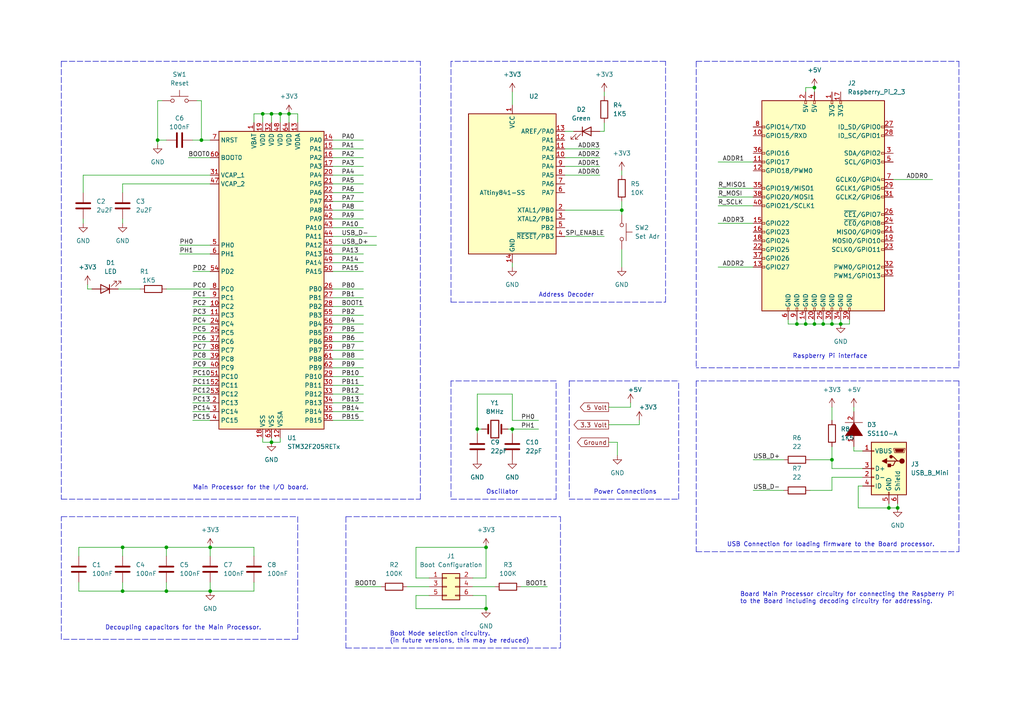
<source format=kicad_sch>
(kicad_sch (version 20211123) (generator eeschema)
  (paper "A4")
  (title_block (title "Main Board Processor") (date "2022-02-12") (rev "0.1") (company "Beec Grove"))
  (lib_symbols
    (symbol "Connector:Raspberry_Pi_2_3" (pin_names (offset 1.016))
      (property "Reference" "J" (at -17.78 31.75 0))
      (property "Value" "Raspberry_Pi_2_3" (at 10.16 -31.75 0))
      (symbol "Raspberry_Pi_2_3_0_1"
        (rectangle (start -17.78 30.48) (end 17.78 -30.48) (stroke (width 0.254)) (fill (type background)))
      )
      (symbol "Raspberry_Pi_2_3_1_1"
        (rectangle (start -16.891 -17.526) (end -17.78 -18.034))
        (rectangle (start -16.891 -14.986) (end -17.78 -15.494))
        (rectangle (start -16.891 -12.446) (end -17.78 -12.954))
        (rectangle (start -16.891 -9.906) (end -17.78 -10.414))
        (rectangle (start -16.891 -7.366) (end -17.78 -7.874))
        (rectangle (start -16.891 -4.826) (end -17.78 -5.334))
        (rectangle (start -16.891 0.254) (end -17.78 -0.254))
        (rectangle (start -16.891 2.794) (end -17.78 2.286))
        (rectangle (start -16.891 5.334) (end -17.78 4.826))
        (rectangle (start -16.891 10.414) (end -17.78 9.906))
        (rectangle (start -16.891 12.954) (end -17.78 12.446))
        (rectangle (start -16.891 15.494) (end -17.78 14.986))
        (rectangle (start -16.891 20.574) (end -17.78 20.066))
        (rectangle (start -16.891 23.114) (end -17.78 22.606))
        (rectangle (start -10.414 -29.591) (end -9.906 -30.48))
        (rectangle (start -7.874 -29.591) (end -7.366 -30.48))
        (rectangle (start -5.334 -29.591) (end -4.826 -30.48))
        (rectangle (start -5.334 30.48) (end -4.826 29.591))
        (rectangle (start -2.794 -29.591) (end -2.286 -30.48))
        (rectangle (start -2.794 30.48) (end -2.286 29.591))
        (rectangle (start -0.254 -29.591) (end 0.254 -30.48))
        (rectangle (start 2.286 -29.591) (end 2.794 -30.48))
        (rectangle (start 2.286 30.48) (end 2.794 29.591))
        (rectangle (start 4.826 -29.591) (end 5.334 -30.48))
        (rectangle (start 4.826 30.48) (end 5.334 29.591))
        (rectangle (start 7.366 -29.591) (end 7.874 -30.48))
        (rectangle (start 17.78 -20.066) (end 16.891 -20.574))
        (rectangle (start 17.78 -17.526) (end 16.891 -18.034))
        (rectangle (start 17.78 -12.446) (end 16.891 -12.954))
        (rectangle (start 17.78 -9.906) (end 16.891 -10.414))
        (rectangle (start 17.78 -7.366) (end 16.891 -7.874))
        (rectangle (start 17.78 -4.826) (end 16.891 -5.334))
        (rectangle (start 17.78 -2.286) (end 16.891 -2.794))
        (rectangle (start 17.78 2.794) (end 16.891 2.286))
        (rectangle (start 17.78 5.334) (end 16.891 4.826))
        (rectangle (start 17.78 7.874) (end 16.891 7.366))
        (rectangle (start 17.78 12.954) (end 16.891 12.446))
        (rectangle (start 17.78 15.494) (end 16.891 14.986))
        (rectangle (start 17.78 20.574) (end 16.891 20.066))
        (rectangle (start 17.78 23.114) (end 16.891 22.606))
        (pin power_in line (at 2.54 33.02 270) (length 2.54) (name "3V3") (number "1"))
        (pin bidirectional line (at -20.32 20.32 0) (length 2.54) (name "GPIO15/RXD") (number "10"))
        (pin bidirectional line (at -20.32 12.7 0) (length 2.54) (name "GPIO17") (number "11"))
        (pin bidirectional line (at -20.32 10.16 0) (length 2.54) (name "GPIO18/PWM0") (number "12"))
        (pin bidirectional line (at -20.32 -17.78 0) (length 2.54) (name "GPIO27") (number "13"))
        (pin power_in line (at -5.08 -33.02 90) (length 2.54) (name "GND") (number "14"))
        (pin bidirectional line (at -20.32 -5.08 0) (length 2.54) (name "GPIO22") (number "15"))
        (pin bidirectional line (at -20.32 -7.62 0) (length 2.54) (name "GPIO23") (number "16"))
        (pin power_in line (at 5.08 33.02 270) (length 2.54) (name "3V3") (number "17"))
        (pin bidirectional line (at -20.32 -10.16 0) (length 2.54) (name "GPIO24") (number "18"))
        (pin bidirectional line (at 20.32 -10.16 180) (length 2.54) (name "MOSI0/GPIO10") (number "19"))
        (pin power_in line (at -5.08 33.02 270) (length 2.54) (name "5V") (number "2"))
        (pin power_in line (at -2.54 -33.02 90) (length 2.54) (name "GND") (number "20"))
        (pin bidirectional line (at 20.32 -7.62 180) (length 2.54) (name "MISO0/GPIO9") (number "21"))
        (pin bidirectional line (at -20.32 -12.7 0) (length 2.54) (name "GPIO25") (number "22"))
        (pin bidirectional line (at 20.32 -12.7 180) (length 2.54) (name "SCLK0/GPIO11") (number "23"))
        (pin bidirectional line (at 20.32 -5.08 180) (length 2.54) (name "~{CE0}/GPIO8") (number "24"))
        (pin power_in line (at 0 -33.02 90) (length 2.54) (name "GND") (number "25"))
        (pin bidirectional line (at 20.32 -2.54 180) (length 2.54) (name "~{CE1}/GPIO7") (number "26"))
        (pin bidirectional line (at 20.32 22.86 180) (length 2.54) (name "ID_SD/GPIO0") (number "27"))
        (pin bidirectional line (at 20.32 20.32 180) (length 2.54) (name "ID_SC/GPIO1") (number "28"))
        (pin bidirectional line (at 20.32 5.08 180) (length 2.54) (name "GCLK1/GPIO5") (number "29"))
        (pin bidirectional line (at 20.32 15.24 180) (length 2.54) (name "SDA/GPIO2") (number "3"))
        (pin power_in line (at 2.54 -33.02 90) (length 2.54) (name "GND") (number "30"))
        (pin bidirectional line (at 20.32 2.54 180) (length 2.54) (name "GCLK2/GPIO6") (number "31"))
        (pin bidirectional line (at 20.32 -17.78 180) (length 2.54) (name "PWM0/GPIO12") (number "32"))
        (pin bidirectional line (at 20.32 -20.32 180) (length 2.54) (name "PWM1/GPIO13") (number "33"))
        (pin power_in line (at 5.08 -33.02 90) (length 2.54) (name "GND") (number "34"))
        (pin bidirectional line (at -20.32 5.08 0) (length 2.54) (name "GPIO19/MISO1") (number "35"))
        (pin bidirectional line (at -20.32 15.24 0) (length 2.54) (name "GPIO16") (number "36"))
        (pin bidirectional line (at -20.32 -15.24 0) (length 2.54) (name "GPIO26") (number "37"))
        (pin bidirectional line (at -20.32 2.54 0) (length 2.54) (name "GPIO20/MOSI1") (number "38"))
        (pin power_in line (at 7.62 -33.02 90) (length 2.54) (name "GND") (number "39"))
        (pin power_in line (at -2.54 33.02 270) (length 2.54) (name "5V") (number "4"))
        (pin bidirectional line (at -20.32 0 0) (length 2.54) (name "GPIO21/SCLK1") (number "40"))
        (pin bidirectional line (at 20.32 12.7 180) (length 2.54) (name "SCL/GPIO3") (number "5"))
        (pin power_in line (at -10.16 -33.02 90) (length 2.54) (name "GND") (number "6"))
        (pin bidirectional line (at 20.32 7.62 180) (length 2.54) (name "GCLK0/GPIO4") (number "7"))
        (pin bidirectional line (at -20.32 22.86 0) (length 2.54) (name "GPIO14/TXD") (number "8"))
        (pin power_in line (at -7.62 -33.02 90) (length 2.54) (name "GND") (number "9"))
      )
    )
    (symbol "Connector:USB_B_Mini" (pin_names (offset 1.016))
      (property "Reference" "J" (at -5.08 11.43 0))
      (property "Value" "USB_B_Mini" (at -5.08 8.89 0))
      (symbol "USB_B_Mini_0_1"
        (rectangle (start -5.08 -7.62) (end 5.08 7.62) (stroke (width 0.254)) (fill (type background)))
        (circle (center -3.81 2.159) (radius 0.635) (stroke (width 0.254)) (fill (type outline)))
        (circle (center -0.635 3.429) (radius 0.381) (stroke (width 0.254)) (fill (type outline)))
        (rectangle (start -0.127 -7.62) (end 0.127 -6.858))
        (polyline (pts (xy -1.905 2.159) (xy 0.635 2.159)) (stroke (width 0.254)))
        (polyline (pts (xy -3.175 2.159) (xy -2.54 2.159) (xy -1.27 3.429) (xy -0.635 3.429)) (stroke (width 0.254)))
        (polyline (pts (xy -2.54 2.159) (xy -1.905 2.159) (xy -1.27 0.889) (xy 0 0.889)) (stroke (width 0.254)))
        (polyline (pts (xy 0.635 2.794) (xy 0.635 1.524) (xy 1.905 2.159) (xy 0.635 2.794)) (stroke (width 0.254)) (fill (type outline)))
        (polyline (pts (xy -4.318 5.588) (xy -1.778 5.588) (xy -2.032 4.826) (xy -4.064 4.826) (xy -4.318 5.588)) (fill (type outline)))
        (polyline (pts (xy -4.699 5.842) (xy -4.699 5.588) (xy -4.445 4.826) (xy -4.445 4.572) (xy -1.651 4.572) (xy -1.651 4.826) (xy -1.397 5.588) (xy -1.397 5.842) (xy -4.699 5.842)))
        (rectangle (start 0.254 1.27) (end -0.508 0.508) (stroke (width 0.254)) (fill (type outline)))
        (rectangle (start 5.08 -5.207) (end 4.318 -4.953))
        (rectangle (start 5.08 -2.667) (end 4.318 -2.413))
        (rectangle (start 5.08 -0.127) (end 4.318 0.127))
        (rectangle (start 5.08 4.953) (end 4.318 5.207))
      )
      (symbol "USB_B_Mini_1_1"
        (pin power_out line (at 7.62 5.08 180) (length 2.54) (name "VBUS") (number "1"))
        (pin bidirectional line (at 7.62 -2.54 180) (length 2.54) (name "D-") (number "2"))
        (pin bidirectional line (at 7.62 0 180) (length 2.54) (name "D+") (number "3"))
        (pin passive line (at 7.62 -5.08 180) (length 2.54) (name "ID") (number "4"))
        (pin power_out line (at 0 -10.16 90) (length 2.54) (name "GND") (number "5"))
        (pin passive line (at -2.54 -10.16 90) (length 2.54) (name "Shield") (number "6"))
      )
    )
    (symbol "Connector_Generic:Conn_02x03_Odd_Even" (pin_names (offset 1.016) hide)
      (property "Reference" "J" (at 1.27 5.08 0))
      (property "Value" "Conn_02x03_Odd_Even" (at 1.27 -5.08 0))
      (symbol "Conn_02x03_Odd_Even_1_1"
        (rectangle (start -1.27 -2.413) (end 0 -2.667) (stroke (width 0.1524)))
        (rectangle (start -1.27 0.127) (end 0 -0.127) (stroke (width 0.1524)))
        (rectangle (start -1.27 2.667) (end 0 2.413) (stroke (width 0.1524)))
        (rectangle (start -1.27 3.81) (end 3.81 -3.81) (stroke (width 0.254)) (fill (type background)))
        (rectangle (start 3.81 -2.413) (end 2.54 -2.667) (stroke (width 0.1524)))
        (rectangle (start 3.81 0.127) (end 2.54 -0.127) (stroke (width 0.1524)))
        (rectangle (start 3.81 2.667) (end 2.54 2.413) (stroke (width 0.1524)))
        (pin passive line (at -5.08 2.54 0) (length 3.81) (name "Pin_1") (number "1"))
        (pin passive line (at 7.62 2.54 180) (length 3.81) (name "Pin_2") (number "2"))
        (pin passive line (at -5.08 0 0) (length 3.81) (name "Pin_3") (number "3"))
        (pin passive line (at 7.62 0 180) (length 3.81) (name "Pin_4") (number "4"))
        (pin passive line (at -5.08 -2.54 0) (length 3.81) (name "Pin_5") (number "5"))
        (pin passive line (at 7.62 -2.54 180) (length 3.81) (name "Pin_6") (number "6"))
      )
    )
    (symbol "Device:C" (pin_numbers hide) (pin_names (offset 0.254))
      (property "Reference" "C" (at 0.635 2.54 0))
      (property "Value" "C" (at 0.635 -2.54 0))
      (symbol "C_0_1"
        (polyline (pts (xy -2.032 -0.762) (xy 2.032 -0.762)) (stroke (width 0.508)))
        (polyline (pts (xy -2.032 0.762) (xy 2.032 0.762)) (stroke (width 0.508)))
      )
      (symbol "C_1_1"
        (pin passive line (at 0 3.81 270) (length 2.794) (name "~") (number "1"))
        (pin passive line (at 0 -3.81 90) (length 2.794) (name "~") (number "2"))
      )
    )
    (symbol "Device:Crystal" (pin_numbers hide) (pin_names (offset 1.016) hide)
      (property "Reference" "Y" (at 0 3.81 0))
      (property "Value" "Crystal" (at 0 -3.81 0))
      (symbol "Crystal_0_1"
        (rectangle (start -1.143 2.54) (end 1.143 -2.54) (stroke (width 0.3048)))
        (polyline (pts (xy -2.54 0) (xy -1.905 0)))
        (polyline (pts (xy -1.905 -1.27) (xy -1.905 1.27)) (stroke (width 0.508)))
        (polyline (pts (xy 1.905 -1.27) (xy 1.905 1.27)) (stroke (width 0.508)))
        (polyline (pts (xy 2.54 0) (xy 1.905 0)))
      )
      (symbol "Crystal_1_1"
        (pin passive line (at -3.81 0 0) (length 1.27) (name "1") (number "1"))
        (pin passive line (at 3.81 0 180) (length 1.27) (name "2") (number "2"))
      )
    )
    (symbol "Device:LED" (pin_numbers hide) (pin_names (offset 1.016) hide)
      (property "Reference" "D" (at 0 2.54 0))
      (property "Value" "LED" (at 0 -2.54 0))
      (symbol "LED_0_1"
        (polyline (pts (xy -1.27 -1.27) (xy -1.27 1.27)) (stroke (width 0.254)))
        (polyline (pts (xy -1.27 0) (xy 1.27 0)))
        (polyline (pts (xy 1.27 -1.27) (xy 1.27 1.27) (xy -1.27 0) (xy 1.27 -1.27)) (stroke (width 0.254)))
        (polyline (pts (xy -3.048 -0.762) (xy -4.572 -2.286) (xy -3.81 -2.286) (xy -4.572 -2.286) (xy -4.572 -1.524)))
        (polyline (pts (xy -1.778 -0.762) (xy -3.302 -2.286) (xy -2.54 -2.286) (xy -3.302 -2.286) (xy -3.302 -1.524)))
      )
      (symbol "LED_1_1"
        (pin passive line (at -3.81 0 0) (length 2.54) (name "K") (number "1"))
        (pin passive line (at 3.81 0 180) (length 2.54) (name "A") (number "2"))
      )
    )
    (symbol "Device:R" (pin_numbers hide) (pin_names (offset 0))
      (property "Reference" "R" (at 2.032 0 90))
      (property "Value" "R" (at 0 0 90))
      (symbol "R_0_1"
        (rectangle (start -1.016 -2.54) (end 1.016 2.54) (stroke (width 0.254)))
      )
      (symbol "R_1_1"
        (pin passive line (at 0 3.81 270) (length 1.27) (name "~") (number "1"))
        (pin passive line (at 0 -3.81 90) (length 1.27) (name "~") (number "2"))
      )
    )
    (symbol "MCU_Microchip_ATtiny:ATtiny841-SS"
      (property "Reference" "U" (at -12.7 21.59 0))
      (property "Value" "ATtiny841-SS" (at 2.54 -21.59 0))
      (symbol "ATtiny841-SS_0_1"
        (rectangle (start -12.7 -20.32) (end 12.7 20.32) (stroke (width 0.254)) (fill (type background)))
      )
      (symbol "ATtiny841-SS_1_1"
        (pin power_in line (at 0 22.86 270) (length 2.54) (name "VCC") (number "1"))
        (pin bidirectional line (at 15.24 7.62 180) (length 2.54) (name "PA3") (number "10"))
        (pin bidirectional line (at 15.24 10.16 180) (length 2.54) (name "PA2") (number "11"))
        (pin bidirectional line (at 15.24 12.7 180) (length 2.54) (name "PA1") (number "12"))
        (pin bidirectional line (at 15.24 15.24 180) (length 2.54) (name "AREF/PA0") (number "13"))
        (pin power_in line (at 0 -22.86 90) (length 2.54) (name "GND") (number "14"))
        (pin bidirectional line (at 15.24 -7.62 180) (length 2.54) (name "XTAL1/PB0") (number "2"))
        (pin bidirectional line (at 15.24 -10.16 180) (length 2.54) (name "XTAL2/PB1") (number "3"))
        (pin bidirectional line (at 15.24 -15.24 180) (length 2.54) (name "~{RESET}/PB3") (number "4"))
        (pin bidirectional line (at 15.24 -12.7 180) (length 2.54) (name "PB2") (number "5"))
        (pin bidirectional line (at 15.24 -2.54 180) (length 2.54) (name "PA7") (number "6"))
        (pin bidirectional line (at 15.24 0 180) (length 2.54) (name "PA6") (number "7"))
        (pin bidirectional line (at 15.24 2.54 180) (length 2.54) (name "PA5") (number "8"))
        (pin bidirectional line (at 15.24 5.08 180) (length 2.54) (name "PA4") (number "9"))
      )
    )
    (symbol "MCU_ST_STM32F2:STM32F205RETx"
      (property "Reference" "U" (at -15.24 44.45 0))
      (property "Value" "STM32F205RETx" (at 10.16 44.45 0))
      (symbol "STM32F205RETx_0_1"
        (rectangle (start -15.24 -43.18) (end 15.24 43.18) (stroke (width 0.254)) (fill (type background)))
      )
      (symbol "STM32F205RETx_1_1"
        (pin power_in line (at -5.08 45.72 270) (length 2.54) (name "VBAT") (number "1"))
        (pin bidirectional line (at -17.78 -7.62 0) (length 2.54) (name "PC2") (number "10"))
        (pin bidirectional line (at -17.78 -10.16 0) (length 2.54) (name "PC3") (number "11"))
        (pin power_in line (at 2.54 -45.72 90) (length 2.54) (name "VSSA") (number "12"))
        (pin power_in line (at 7.62 45.72 270) (length 2.54) (name "VDDA") (number "13"))
        (pin bidirectional line (at 17.78 40.64 180) (length 2.54) (name "PA0") (number "14"))
        (pin bidirectional line (at 17.78 38.1 180) (length 2.54) (name "PA1") (number "15"))
        (pin bidirectional line (at 17.78 35.56 180) (length 2.54) (name "PA2") (number "16"))
        (pin bidirectional line (at 17.78 33.02 180) (length 2.54) (name "PA3") (number "17"))
        (pin power_in line (at -2.54 -45.72 90) (length 2.54) (name "VSS") (number "18"))
        (pin power_in line (at -2.54 45.72 270) (length 2.54) (name "VDD") (number "19"))
        (pin bidirectional line (at -17.78 -35.56 0) (length 2.54) (name "PC13") (number "2"))
        (pin bidirectional line (at 17.78 30.48 180) (length 2.54) (name "PA4") (number "20"))
        (pin bidirectional line (at 17.78 27.94 180) (length 2.54) (name "PA5") (number "21"))
        (pin bidirectional line (at 17.78 25.4 180) (length 2.54) (name "PA6") (number "22"))
        (pin bidirectional line (at 17.78 22.86 180) (length 2.54) (name "PA7") (number "23"))
        (pin bidirectional line (at -17.78 -12.7 0) (length 2.54) (name "PC4") (number "24"))
        (pin bidirectional line (at -17.78 -15.24 0) (length 2.54) (name "PC5") (number "25"))
        (pin bidirectional line (at 17.78 -2.54 180) (length 2.54) (name "PB0") (number "26"))
        (pin bidirectional line (at 17.78 -5.08 180) (length 2.54) (name "PB1") (number "27"))
        (pin bidirectional line (at 17.78 -7.62 180) (length 2.54) (name "PB2") (number "28"))
        (pin bidirectional line (at 17.78 -27.94 180) (length 2.54) (name "PB10") (number "29"))
        (pin bidirectional line (at -17.78 -38.1 0) (length 2.54) (name "PC14") (number "3"))
        (pin bidirectional line (at 17.78 -30.48 180) (length 2.54) (name "PB11") (number "30"))
        (pin power_in line (at -17.78 30.48 0) (length 2.54) (name "VCAP_1") (number "31"))
        (pin power_in line (at 0 45.72 270) (length 2.54) (name "VDD") (number "32"))
        (pin bidirectional line (at 17.78 -33.02 180) (length 2.54) (name "PB12") (number "33"))
        (pin bidirectional line (at 17.78 -35.56 180) (length 2.54) (name "PB13") (number "34"))
        (pin bidirectional line (at 17.78 -38.1 180) (length 2.54) (name "PB14") (number "35"))
        (pin bidirectional line (at 17.78 -40.64 180) (length 2.54) (name "PB15") (number "36"))
        (pin bidirectional line (at -17.78 -17.78 0) (length 2.54) (name "PC6") (number "37"))
        (pin bidirectional line (at -17.78 -20.32 0) (length 2.54) (name "PC7") (number "38"))
        (pin bidirectional line (at -17.78 -22.86 0) (length 2.54) (name "PC8") (number "39"))
        (pin bidirectional line (at -17.78 -40.64 0) (length 2.54) (name "PC15") (number "4"))
        (pin bidirectional line (at -17.78 -25.4 0) (length 2.54) (name "PC9") (number "40"))
        (pin bidirectional line (at 17.78 20.32 180) (length 2.54) (name "PA8") (number "41"))
        (pin bidirectional line (at 17.78 17.78 180) (length 2.54) (name "PA9") (number "42"))
        (pin bidirectional line (at 17.78 15.24 180) (length 2.54) (name "PA10") (number "43"))
        (pin bidirectional line (at 17.78 12.7 180) (length 2.54) (name "PA11") (number "44"))
        (pin bidirectional line (at 17.78 10.16 180) (length 2.54) (name "PA12") (number "45"))
        (pin bidirectional line (at 17.78 7.62 180) (length 2.54) (name "PA13") (number "46"))
        (pin power_in line (at -17.78 27.94 0) (length 2.54) (name "VCAP_2") (number "47"))
        (pin power_in line (at 2.54 45.72 270) (length 2.54) (name "VDD") (number "48"))
        (pin bidirectional line (at 17.78 5.08 180) (length 2.54) (name "PA14") (number "49"))
        (pin input line (at -17.78 10.16 0) (length 2.54) (name "PH0") (number "5"))
        (pin bidirectional line (at 17.78 2.54 180) (length 2.54) (name "PA15") (number "50"))
        (pin bidirectional line (at -17.78 -27.94 0) (length 2.54) (name "PC10") (number "51"))
        (pin bidirectional line (at -17.78 -30.48 0) (length 2.54) (name "PC11") (number "52"))
        (pin bidirectional line (at -17.78 -33.02 0) (length 2.54) (name "PC12") (number "53"))
        (pin bidirectional line (at -17.78 2.54 0) (length 2.54) (name "PD2") (number "54"))
        (pin bidirectional line (at 17.78 -10.16 180) (length 2.54) (name "PB3") (number "55"))
        (pin bidirectional line (at 17.78 -12.7 180) (length 2.54) (name "PB4") (number "56"))
        (pin bidirectional line (at 17.78 -15.24 180) (length 2.54) (name "PB5") (number "57"))
        (pin bidirectional line (at 17.78 -17.78 180) (length 2.54) (name "PB6") (number "58"))
        (pin bidirectional line (at 17.78 -20.32 180) (length 2.54) (name "PB7") (number "59"))
        (pin input line (at -17.78 7.62 0) (length 2.54) (name "PH1") (number "6"))
        (pin input line (at -17.78 35.56 0) (length 2.54) (name "BOOT0") (number "60"))
        (pin bidirectional line (at 17.78 -22.86 180) (length 2.54) (name "PB8") (number "61"))
        (pin bidirectional line (at 17.78 -25.4 180) (length 2.54) (name "PB9") (number "62"))
        (pin power_in line (at 0 -45.72 90) (length 2.54) (name "VSS") (number "63"))
        (pin power_in line (at 5.08 45.72 270) (length 2.54) (name "VDD") (number "64"))
        (pin input line (at -17.78 40.64 0) (length 2.54) (name "NRST") (number "7"))
        (pin bidirectional line (at -17.78 -2.54 0) (length 2.54) (name "PC0") (number "8"))
        (pin bidirectional line (at -17.78 -5.08 0) (length 2.54) (name "PC1") (number "9"))
      )
    )
    (symbol "Switch:SW_Push" (pin_numbers hide) (pin_names (offset 1.016) hide)
      (property "Reference" "SW" (at 1.27 2.54 0))
      (property "Value" "SW_Push" (at 0 -1.524 0))
      (symbol "SW_Push_0_1"
        (circle (center -2.032 0) (radius 0.508))
        (polyline (pts (xy 0 1.27) (xy 0 3.048)))
        (polyline (pts (xy 2.54 1.27) (xy -2.54 1.27)))
        (circle (center 2.032 0) (radius 0.508))
        (pin passive line (at -5.08 0 0) (length 2.54) (name "1") (number "1"))
        (pin passive line (at 5.08 0 180) (length 2.54) (name "2") (number "2"))
      )
    )
    (symbol "power:+3.3V" (power) (pin_names (offset 0))
      (property "Value" "+3.3V" (at 0 3.556 0))
      (symbol "+3.3V_0_1"
        (polyline (pts (xy -0.762 1.27) (xy 0 2.54)))
        (polyline (pts (xy 0 0) (xy 0 2.54)))
        (polyline (pts (xy 0 2.54) (xy 0.762 1.27)))
      )
      (symbol "+3.3V_1_1"
        (pin power_in line (at 0 0 90) (length 0) hide (name "+3V3") (number "1"))
      )
    )
    (symbol "power:+5V" (power) (pin_names (offset 0))
      (property "Value" "+5V" (at 0 3.556 0))
      (symbol "+5V_0_1"
        (polyline (pts (xy -0.762 1.27) (xy 0 2.54)))
        (polyline (pts (xy 0 0) (xy 0 2.54)))
        (polyline (pts (xy 0 2.54) (xy 0.762 1.27)))
      )
      (symbol "+5V_1_1"
        (pin power_in line (at 0 0 90) (length 0) hide (name "+5V") (number "1"))
      )
    )
    (symbol "power:GND" (power) (pin_names (offset 0))
      (property "Value" "GND" (at 0 -3.81 0))
      (symbol "GND_0_1"
        (polyline (pts (xy 0 0) (xy 0 -1.27) (xy 1.27 -1.27) (xy 0 -2.54) (xy -1.27 -1.27) (xy 0 -1.27)))
      )
      (symbol "GND_1_1"
        (pin power_in line (at 0 0 270) (length 0) hide (name "GND") (number "1"))
      )
    )
    (symbol "pspice:DIODE" (pin_names (offset 1.016) hide)
      (property "Reference" "D" (at 0 3.81 0))
      (property "Value" "DIODE" (at 0 -4.445 0))
      (symbol "DIODE_0_1"
        (polyline (pts (xy 1.905 2.54) (xy 1.905 -2.54)))
        (polyline (pts (xy -1.905 2.54) (xy -1.905 -2.54) (xy 1.905 0)) (fill (type outline)))
      )
      (symbol "DIODE_1_1"
        (pin input line (at -5.08 0 0) (length 3.81) (name "K") (number "1"))
        (pin input line (at 5.08 0 180) (length 3.81) (name "A") (number "2"))
      )
    )
  )
  (junction (at 180.34 60.96))
  (junction (at 45.72 40.64))
  (junction (at 140.97 158.75))
  (junction (at 78.74 128.27))
  (junction (at 35.56 158.75))
  (junction (at 148.59 124.46))
  (junction (at 48.26 171.45))
  (junction (at 260.35 147.32))
  (junction (at 35.56 171.45))
  (junction (at 60.96 171.45))
  (junction (at 257.81 147.32))
  (junction (at 138.43 124.46))
  (junction (at 48.26 158.75))
  (junction (at 236.22 93.98))
  (junction (at 233.68 93.98))
  (junction (at 140.97 176.53))
  (junction (at 60.96 158.75))
  (junction (at 76.2 33.02))
  (junction (at 78.74 33.02))
  (junction (at 58.42 40.64))
  (junction (at 81.28 33.02))
  (junction (at 243.84 93.98))
  (junction (at 236.22 25.4))
  (junction (at 241.3 93.98))
  (junction (at 231.14 93.98))
  (junction (at 241.3 133.35))
  (junction (at 83.82 33.02))
  (junction (at 238.76 93.98))
  (wire (pts (xy 176.53 123.19) (xy 185.42 123.19)))
  (wire (pts (xy 60.96 50.8) (xy 24.13 50.8)))
  (wire (pts (xy 96.52 45.72) (xy 105.41 45.72)))
  (wire (pts (xy 52.07 73.66) (xy 60.96 73.66)))
  (polyline (pts (xy 17.78 17.78) (xy 17.78 144.78)))
  (polyline (pts (xy 17.78 185.42) (xy 17.78 149.86)))
  (wire (pts (xy 208.28 46.99) (xy 218.44 46.99)))
  (wire (pts (xy 96.52 78.74) (xy 105.41 78.74)))
  (wire (pts (xy 73.66 35.56) (xy 73.66 33.02)))
  (wire (pts (xy 241.3 142.24) (xy 241.3 138.43)))
  (polyline (pts (xy 86.36 149.86) (xy 86.36 185.42)))
  (wire (pts (xy 208.28 64.77) (xy 218.44 64.77)))
  (wire (pts (xy 257.81 146.05) (xy 257.81 147.32)))
  (wire (pts (xy 81.28 33.02) (xy 81.28 35.56)))
  (wire (pts (xy 55.88 119.38) (xy 60.96 119.38)))
  (wire (pts (xy 231.14 93.98) (xy 233.68 93.98)))
  (wire (pts (xy 247.65 130.81) (xy 250.19 130.81)))
  (polyline (pts (xy 17.78 17.78) (xy 121.92 17.78)))
  (polyline (pts (xy 165.1 144.78) (xy 196.85 144.78)))
  (wire (pts (xy 241.3 135.89) (xy 250.19 135.89)))
  (wire (pts (xy 83.82 33.02) (xy 86.36 33.02)))
  (wire (pts (xy 81.28 128.27) (xy 81.28 127)))
  (wire (pts (xy 22.86 158.75) (xy 35.56 158.75)))
  (wire (pts (xy 60.96 158.75) (xy 73.66 158.75)))
  (polyline (pts (xy 100.33 149.86) (xy 162.56 149.86)))
  (wire (pts (xy 35.56 168.91) (xy 35.56 171.45)))
  (polyline (pts (xy 201.93 17.78) (xy 201.93 106.68)))
  (wire (pts (xy 96.52 88.9) (xy 105.41 88.9)))
  (wire (pts (xy 185.42 123.19) (xy 185.42 121.92)))
  (wire (pts (xy 140.97 167.64) (xy 137.16 167.64)))
  (wire (pts (xy 96.52 53.34) (xy 105.41 53.34)))
  (wire (pts (xy 233.68 93.98) (xy 236.22 93.98)))
  (wire (pts (xy 236.22 93.98) (xy 238.76 93.98)))
  (wire (pts (xy 241.3 129.54) (xy 241.3 133.35)))
  (wire (pts (xy 259.08 52.07) (xy 270.51 52.07)))
  (polyline (pts (xy 100.33 149.86) (xy 100.33 187.96)))
  (wire (pts (xy 238.76 92.71) (xy 238.76 93.98)))
  (wire (pts (xy 55.88 86.36) (xy 60.96 86.36)))
  (wire (pts (xy 163.83 48.26) (xy 173.99 48.26)))
  (wire (pts (xy 247.65 129.54) (xy 247.65 130.81)))
  (wire (pts (xy 54.61 45.72) (xy 60.96 45.72)))
  (wire (pts (xy 96.52 119.38) (xy 105.41 119.38)))
  (wire (pts (xy 96.52 76.2) (xy 105.41 76.2)))
  (wire (pts (xy 35.56 53.34) (xy 35.56 55.88)))
  (wire (pts (xy 83.82 33.02) (xy 83.82 35.56)))
  (wire (pts (xy 96.52 43.18) (xy 105.41 43.18)))
  (wire (pts (xy 228.6 93.98) (xy 231.14 93.98)))
  (wire (pts (xy 96.52 48.26) (xy 105.41 48.26)))
  (wire (pts (xy 46.99 29.21) (xy 45.72 29.21)))
  (wire (pts (xy 96.52 109.22) (xy 105.41 109.22)))
  (wire (pts (xy 34.29 83.82) (xy 40.64 83.82)))
  (wire (pts (xy 147.32 124.46) (xy 148.59 124.46)))
  (wire (pts (xy 175.26 26.67) (xy 175.26 27.94)))
  (wire (pts (xy 76.2 127) (xy 76.2 128.27)))
  (wire (pts (xy 176.53 128.27) (xy 179.07 128.27)))
  (polyline (pts (xy 86.36 185.42) (xy 17.78 185.42)))
  (wire (pts (xy 96.52 91.44) (xy 105.41 91.44)))
  (wire (pts (xy 55.88 114.3) (xy 60.96 114.3)))
  (wire (pts (xy 140.97 172.72) (xy 140.97 176.53)))
  (wire (pts (xy 138.43 114.3) (xy 138.43 124.46)))
  (wire (pts (xy 233.68 26.67) (xy 233.68 25.4)))
  (wire (pts (xy 45.72 29.21) (xy 45.72 40.64)))
  (wire (pts (xy 163.83 68.58) (xy 175.26 68.58)))
  (wire (pts (xy 60.96 53.34) (xy 35.56 53.34)))
  (wire (pts (xy 236.22 25.4) (xy 236.22 26.67)))
  (wire (pts (xy 208.28 59.69) (xy 218.44 59.69)))
  (wire (pts (xy 180.34 58.42) (xy 180.34 60.96)))
  (polyline (pts (xy 201.93 110.49) (xy 201.93 160.02)))
  (wire (pts (xy 45.72 40.64) (xy 45.72 41.91)))
  (polyline (pts (xy 17.78 144.78) (xy 121.92 144.78)))
  (wire (pts (xy 55.88 101.6) (xy 60.96 101.6)))
  (wire (pts (xy 208.28 54.61) (xy 218.44 54.61)))
  (polyline (pts (xy 201.93 17.78) (xy 278.13 17.78)))
  (wire (pts (xy 57.15 29.21) (xy 58.42 29.21)))
  (wire (pts (xy 241.3 138.43) (xy 250.19 138.43)))
  (wire (pts (xy 137.16 170.18) (xy 143.51 170.18)))
  (wire (pts (xy 55.88 104.14) (xy 60.96 104.14)))
  (wire (pts (xy 233.68 25.4) (xy 236.22 25.4)))
  (wire (pts (xy 48.26 171.45) (xy 60.96 171.45)))
  (wire (pts (xy 96.52 63.5) (xy 105.41 63.5)))
  (wire (pts (xy 96.52 60.96) (xy 105.41 60.96)))
  (wire (pts (xy 140.97 158.75) (xy 140.97 167.64)))
  (wire (pts (xy 241.3 118.11) (xy 241.3 121.92)))
  (wire (pts (xy 96.52 96.52) (xy 105.41 96.52)))
  (wire (pts (xy 156.21 121.92) (xy 148.59 121.92)))
  (wire (pts (xy 243.84 92.71) (xy 243.84 93.98)))
  (wire (pts (xy 218.44 142.24) (xy 227.33 142.24)))
  (wire (pts (xy 180.34 72.39) (xy 180.34 77.47)))
  (wire (pts (xy 218.44 133.35) (xy 227.33 133.35)))
  (wire (pts (xy 208.28 77.47) (xy 218.44 77.47)))
  (wire (pts (xy 35.56 63.5) (xy 35.56 64.77)))
  (wire (pts (xy 243.84 93.98) (xy 246.38 93.98)))
  (wire (pts (xy 182.88 118.11) (xy 182.88 116.84)))
  (polyline (pts (xy 130.81 17.78) (xy 130.81 87.63)))
  (wire (pts (xy 248.92 147.32) (xy 257.81 147.32)))
  (wire (pts (xy 96.52 116.84) (xy 105.41 116.84)))
  (polyline (pts (xy 278.13 106.68) (xy 201.93 106.68)))
  (wire (pts (xy 148.59 124.46) (xy 156.21 124.46)))
  (wire (pts (xy 48.26 158.75) (xy 60.96 158.75)))
  (wire (pts (xy 241.3 93.98) (xy 243.84 93.98)))
  (wire (pts (xy 60.96 158.75) (xy 60.96 161.29)))
  (wire (pts (xy 24.13 50.8) (xy 24.13 55.88)))
  (wire (pts (xy 48.26 83.82) (xy 60.96 83.82)))
  (polyline (pts (xy 130.81 110.49) (xy 130.81 144.78)))
  (wire (pts (xy 96.52 93.98) (xy 105.41 93.98)))
  (wire (pts (xy 96.52 58.42) (xy 105.41 58.42)))
  (wire (pts (xy 138.43 124.46) (xy 138.43 125.73)))
  (wire (pts (xy 35.56 171.45) (xy 48.26 171.45)))
  (wire (pts (xy 55.88 121.92) (xy 60.96 121.92)))
  (wire (pts (xy 81.28 33.02) (xy 83.82 33.02)))
  (wire (pts (xy 138.43 124.46) (xy 139.7 124.46)))
  (wire (pts (xy 73.66 158.75) (xy 73.66 161.29)))
  (polyline (pts (xy 161.29 110.49) (xy 130.81 110.49)))
  (wire (pts (xy 52.07 71.12) (xy 60.96 71.12)))
  (wire (pts (xy 247.65 118.11) (xy 247.65 119.38)))
  (wire (pts (xy 248.92 140.97) (xy 248.92 147.32)))
  (wire (pts (xy 148.59 76.2) (xy 148.59 77.47)))
  (wire (pts (xy 55.88 99.06) (xy 60.96 99.06)))
  (wire (pts (xy 180.34 49.53) (xy 180.34 50.8)))
  (wire (pts (xy 96.52 104.14) (xy 105.41 104.14)))
  (wire (pts (xy 228.6 92.71) (xy 228.6 93.98)))
  (wire (pts (xy 241.3 133.35) (xy 241.3 135.89)))
  (wire (pts (xy 96.52 99.06) (xy 105.41 99.06)))
  (wire (pts (xy 58.42 29.21) (xy 58.42 40.64)))
  (wire (pts (xy 120.65 167.64) (xy 120.65 158.75)))
  (polyline (pts (xy 196.85 144.78) (xy 196.85 110.49)))
  (wire (pts (xy 55.88 96.52) (xy 60.96 96.52)))
  (wire (pts (xy 55.88 88.9) (xy 60.96 88.9)))
  (wire (pts (xy 148.59 26.67) (xy 148.59 30.48)))
  (wire (pts (xy 76.2 33.02) (xy 78.74 33.02)))
  (wire (pts (xy 55.88 78.74) (xy 60.96 78.74)))
  (wire (pts (xy 234.95 142.24) (xy 241.3 142.24)))
  (polyline (pts (xy 165.1 110.49) (xy 196.85 110.49)))
  (wire (pts (xy 26.67 83.82) (xy 25.4 83.82)))
  (wire (pts (xy 96.52 101.6) (xy 105.41 101.6)))
  (wire (pts (xy 60.96 168.91) (xy 60.96 171.45)))
  (polyline (pts (xy 201.93 160.02) (xy 278.13 160.02)))
  (wire (pts (xy 78.74 127) (xy 78.74 128.27)))
  (polyline (pts (xy 161.29 144.78) (xy 161.29 110.49)))
  (wire (pts (xy 208.28 57.15) (xy 218.44 57.15)))
  (polyline (pts (xy 193.04 87.63) (xy 193.04 17.78)))
  (wire (pts (xy 137.16 172.72) (xy 140.97 172.72)))
  (wire (pts (xy 55.88 93.98) (xy 60.96 93.98)))
  (wire (pts (xy 45.72 40.64) (xy 48.26 40.64)))
  (wire (pts (xy 22.86 168.91) (xy 22.86 171.45)))
  (polyline (pts (xy 165.1 110.49) (xy 165.1 144.78)))
  (wire (pts (xy 96.52 121.92) (xy 105.41 121.92)))
  (wire (pts (xy 163.83 38.1) (xy 166.37 38.1)))
  (wire (pts (xy 179.07 128.27) (xy 179.07 132.08)))
  (wire (pts (xy 86.36 33.02) (xy 86.36 35.56)))
  (wire (pts (xy 118.11 170.18) (xy 124.46 170.18)))
  (wire (pts (xy 96.52 66.04) (xy 105.41 66.04)))
  (wire (pts (xy 55.88 116.84) (xy 60.96 116.84)))
  (wire (pts (xy 120.65 172.72) (xy 124.46 172.72)))
  (wire (pts (xy 55.88 106.68) (xy 60.96 106.68)))
  (wire (pts (xy 96.52 111.76) (xy 105.41 111.76)))
  (wire (pts (xy 76.2 128.27) (xy 78.74 128.27)))
  (wire (pts (xy 236.22 92.71) (xy 236.22 93.98)))
  (polyline (pts (xy 193.04 17.78) (xy 130.81 17.78)))
  (wire (pts (xy 73.66 171.45) (xy 73.66 168.91)))
  (polyline (pts (xy 17.78 149.86) (xy 86.36 149.86)))
  (wire (pts (xy 234.95 133.35) (xy 241.3 133.35)))
  (wire (pts (xy 96.52 114.3) (xy 105.41 114.3)))
  (wire (pts (xy 96.52 68.58) (xy 109.22 68.58)))
  (wire (pts (xy 260.35 147.32) (xy 260.35 146.05)))
  (polyline (pts (xy 278.13 160.02) (xy 278.13 110.49)))
  (wire (pts (xy 124.46 167.64) (xy 120.65 167.64)))
  (wire (pts (xy 96.52 86.36) (xy 105.41 86.36)))
  (wire (pts (xy 22.86 161.29) (xy 22.86 158.75)))
  (wire (pts (xy 24.13 63.5) (xy 24.13 64.77)))
  (wire (pts (xy 55.88 109.22) (xy 60.96 109.22)))
  (wire (pts (xy 238.76 93.98) (xy 241.3 93.98)))
  (wire (pts (xy 35.56 158.75) (xy 48.26 158.75)))
  (polyline (pts (xy 130.81 87.63) (xy 193.04 87.63)))
  (wire (pts (xy 163.83 45.72) (xy 173.99 45.72)))
  (wire (pts (xy 55.88 91.44) (xy 60.96 91.44)))
  (wire (pts (xy 140.97 176.53) (xy 120.65 176.53)))
  (wire (pts (xy 233.68 92.71) (xy 233.68 93.98)))
  (wire (pts (xy 78.74 33.02) (xy 78.74 35.56)))
  (wire (pts (xy 257.81 147.32) (xy 260.35 147.32)))
  (wire (pts (xy 120.65 176.53) (xy 120.65 172.72)))
  (polyline (pts (xy 100.33 187.96) (xy 162.56 187.96)))
  (polyline (pts (xy 162.56 187.96) (xy 162.56 149.86)))
  (wire (pts (xy 60.96 171.45) (xy 73.66 171.45)))
  (polyline (pts (xy 278.13 110.49) (xy 201.93 110.49)))
  (wire (pts (xy 96.52 83.82) (xy 105.41 83.82)))
  (wire (pts (xy 96.52 55.88) (xy 105.41 55.88)))
  (wire (pts (xy 48.26 158.75) (xy 48.26 161.29)))
  (wire (pts (xy 96.52 71.12) (xy 109.22 71.12)))
  (wire (pts (xy 35.56 158.75) (xy 35.56 161.29)))
  (wire (pts (xy 250.19 140.97) (xy 248.92 140.97)))
  (wire (pts (xy 120.65 158.75) (xy 140.97 158.75)))
  (wire (pts (xy 241.3 92.71) (xy 241.3 93.98)))
  (wire (pts (xy 96.52 73.66) (xy 105.41 73.66)))
  (wire (pts (xy 163.83 60.96) (xy 180.34 60.96)))
  (wire (pts (xy 96.52 106.68) (xy 105.41 106.68)))
  (wire (pts (xy 163.83 43.18) (xy 173.99 43.18)))
  (wire (pts (xy 78.74 33.02) (xy 81.28 33.02)))
  (wire (pts (xy 22.86 171.45) (xy 35.56 171.45)))
  (wire (pts (xy 96.52 50.8) (xy 105.41 50.8)))
  (polyline (pts (xy 278.13 17.78) (xy 278.13 106.68)))
  (wire (pts (xy 180.34 60.96) (xy 180.34 62.23)))
  (wire (pts (xy 48.26 168.91) (xy 48.26 171.45)))
  (wire (pts (xy 55.88 111.76) (xy 60.96 111.76)))
  (polyline (pts (xy 130.81 144.78) (xy 161.29 144.78)))
  (wire (pts (xy 151.13 170.18) (xy 158.75 170.18)))
  (wire (pts (xy 96.52 40.64) (xy 105.41 40.64)))
  (wire (pts (xy 148.59 124.46) (xy 148.59 125.73)))
  (wire (pts (xy 148.59 114.3) (xy 138.43 114.3)))
  (wire (pts (xy 246.38 93.98) (xy 246.38 92.71)))
  (wire (pts (xy 76.2 33.02) (xy 76.2 35.56)))
  (wire (pts (xy 175.26 35.56) (xy 175.26 38.1)))
  (wire (pts (xy 175.26 38.1) (xy 173.99 38.1)))
  (wire (pts (xy 55.88 40.64) (xy 58.42 40.64)))
  (wire (pts (xy 25.4 82.55) (xy 25.4 83.82)))
  (wire (pts (xy 163.83 50.8) (xy 173.99 50.8)))
  (wire (pts (xy 231.14 92.71) (xy 231.14 93.98)))
  (wire (pts (xy 148.59 121.92) (xy 148.59 114.3)))
  (wire (pts (xy 73.66 33.02) (xy 76.2 33.02)))
  (wire (pts (xy 58.42 40.64) (xy 60.96 40.64)))
  (wire (pts (xy 78.74 128.27) (xy 81.28 128.27)))
  (polyline (pts (xy 121.92 144.78) (xy 121.92 17.78)))
  (wire (pts (xy 176.53 118.11) (xy 182.88 118.11)))
  (wire (pts (xy 102.87 170.18) (xy 110.49 170.18)))
  (text "Power Connections" (at 190.5 143.51 180) (effects (font (size 1.27 1.27)) (justify right bottom)))
  (text "Address Decoder" (at 156.21 86.36 0) (effects (font (size 1.27 1.27)) (justify left bottom)))
  (text "USB Connection for loading firmware to the Board processor." (at 210.82 158.75 0) (effects (font (size 1.27 1.27)) (justify left bottom)))
  (text "Oscillator" (at 140.97 143.51 0) (effects (font (size 1.27 1.27)) (justify left bottom)))
  (text "Board Main Processor circuitry for connecting the Raspberry Pi\nto the Board including decoding circuitry for addressing." (at 214.63 175.26 0) (effects (font (size 1.27 1.27)) (justify left bottom)))
  (text "Raspberry Pi interface" (at 229.87 104.14 0) (effects (font (size 1.27 1.27)) (justify left bottom)))
  (text "Boot Mode selection circuitry. \n(in future versions, this may be reduced)" (at 113.03 186.69 0) (effects (font (size 1.27 1.27)) (justify left bottom)))
  (text "Decoupling capacitors for the Main Processor." (at 30.48 182.88 0) (effects (font (size 1.27 1.27)) (justify left bottom)))
  (text "Main Processor for the I/O board." (at 55.88 142.24 0) (effects (font (size 1.27 1.27)) (justify left bottom)))
  (label "PC3" (at 55.88 91.44 0))
  (label "PA5" (at 99.06 53.34 0))
  (label "PB7" (at 99.06 101.6 0))
  (label "BOOT0" (at 54.61 45.72 0))
  (label "BOOT1" (at 99.06 88.9 0))
  (label "ADDR0" (at 167.64 50.8 0))
  (label "PC7" (at 55.88 101.6 0))
  (label "PC6" (at 55.88 99.06 0))
  (label "PA10" (at 99.06 66.04 0))
  (label "PH0" (at 151.13 121.92 0))
  (label "R_SCLK" (at 208.28 59.69 0))
  (label "PA15" (at 99.06 78.74 0))
  (label "PC15" (at 55.88 121.92 0))
  (label "SPI_ENABLE" (at 175.26 68.58 180))
  (label "ADDR0" (at 262.89 52.07 0))
  (label "ADDR3" (at 209.55 64.77 0))
  (label "PC12" (at 55.88 114.3 0))
  (label "PB11" (at 99.06 111.76 0))
  (label "PB12" (at 99.06 114.3 0))
  (label "PA0" (at 99.06 40.64 0))
  (label "PB10" (at 99.06 109.22 0))
  (label "PC8" (at 55.88 104.14 0))
  (label "ADDR1" (at 167.64 48.26 0))
  (label "USB_D-" (at 218.44 142.24 0))
  (label "USB_D+" (at 99.06 71.12 0))
  (label "PB14" (at 99.06 119.38 0))
  (label "PH1" (at 52.07 73.66 0))
  (label "PB6" (at 99.06 99.06 0))
  (label "PB13" (at 99.06 116.84 0))
  (label "PC1" (at 55.88 86.36 0))
  (label "PB0" (at 99.06 83.82 0))
  (label "USB_D-" (at 99.06 68.58 0))
  (label "PA13" (at 99.06 73.66 0))
  (label "PB1" (at 99.06 86.36 0))
  (label "PC5" (at 55.88 96.52 0))
  (label "PC11" (at 55.88 111.76 0))
  (label "PB4" (at 99.06 93.98 0))
  (label "PA14" (at 99.06 76.2 0))
  (label "PC2" (at 55.88 88.9 0))
  (label "PA9" (at 99.06 63.5 0))
  (label "PB8" (at 99.06 104.14 0))
  (label "ADDR2" (at 209.55 77.47 0))
  (label "PA3" (at 99.06 48.26 0))
  (label "PH1" (at 151.13 124.46 0))
  (label "PC14" (at 55.88 119.38 0))
  (label "R_MOSI" (at 208.28 57.15 0))
  (label "PA7" (at 99.06 58.42 0))
  (label "PC10" (at 55.88 109.22 0))
  (label "PD2" (at 55.88 78.74 0))
  (label "ADDR3" (at 167.64 43.18 0))
  (label "PA1" (at 99.06 43.18 0))
  (label "PH0" (at 52.07 71.12 0))
  (label "PB5" (at 99.06 96.52 0))
  (label "PA8" (at 99.06 60.96 0))
  (label "PC13" (at 55.88 116.84 0))
  (label "PA6" (at 99.06 55.88 0))
  (label "PC0" (at 55.88 83.82 0))
  (label "PA2" (at 99.06 45.72 0))
  (label "ADDR2" (at 167.64 45.72 0))
  (label "PC9" (at 55.88 106.68 0))
  (label "USB_D+" (at 218.44 133.35 0))
  (label "PC4" (at 55.88 93.98 0))
  (label "ADDR1" (at 209.55 46.99 0))
  (label "PB15" (at 99.06 121.92 0))
  (label "BOOT0" (at 102.87 170.18 0))
  (label "PB9" (at 99.06 106.68 0))
  (label "BOOT1" (at 152.4 170.18 0))
  (label "PB2" (at 99.06 91.44 0))
  (label "R_MISO1" (at 208.28 54.61 0))
  (label "PA4" (at 99.06 50.8 0))
  (global_label "Ground" (shape output) (at 176.53 128.27 180) (property "Intersheet References" "${INTERSHEET_REFS}" (effects hide)))
  (global_label "3.3 Volt" (shape output) (at 176.53 123.19 180) (property "Intersheet References" "${INTERSHEET_REFS}" (effects hide)))
  (global_label "5 Volt" (shape output) (at 176.53 118.11 180) (property "Intersheet References" "${INTERSHEET_REFS}" (effects hide)))
  (symbol (lib_id "Device:C") (at 24.13 59.69 0) (unit 1)
    (property "Reference" "C2" (at 27.94 58.4199 0) (effects (justify left)))
    (property "Value" "2u2F" (at 27.94 60.9599 0) (effects (justify left)))
    (property "Footprint" "Capacitor_SMD:C_0805_2012Metric_Pad1.18x1.45mm_HandSolder" (effects hide))
  )
  (symbol (lib_id "Device:C") (at 148.59 129.54 0) (unit 1)
    (property "Reference" "C10" (at 152.4 128.2699 0) (effects (justify left)))
    (property "Value" "22pF" (at 152.4 130.8099 0) (effects (justify left)))
    (property "Footprint" "Capacitor_SMD:C_0805_2012Metric_Pad1.18x1.45mm_HandSolder" (effects hide))
  )
  (symbol (lib_id "power:+3.3V") (at 185.42 121.92 0) (unit 1)
    (property "Reference" "#PWR020" (effects hide))
    (property "Value" "+3.3V" (at 187.96 118.11 0))
  )
  (symbol (lib_id "power:GND") (at 45.72 41.91 0) (unit 1)
    (property "Reference" "#PWR04" (effects hide))
    (property "Value" "GND" (at 45.72 46.99 0))
  )
  (symbol (lib_id "Switch:SW_Push") (at 180.34 67.31 270) (unit 1)
    (property "Reference" "SW2" (at 184.15 66.0399 90) (effects (justify left)))
    (property "Value" "Set Adr" (at 184.15 68.5799 90) (effects (justify left)))
    (property "Footprint" "Button_Switch_THT:SW_PUSH_6mm_H7.3mm" (effects hide))
  )
  (symbol (lib_id "Device:R") (at 231.14 142.24 90) (unit 1)
    (property "Reference" "R7" (at 231.14 135.89 90))
    (property "Value" "22" (at 231.14 138.43 90))
    (property "Footprint" "Resistor_SMD:R_0805_2012Metric_Pad1.20x1.40mm_HandSolder" (effects hide))
  )
  (symbol (lib_id "Connector_Generic:Conn_02x03_Odd_Even") (at 129.54 170.18 0) (unit 1)
    (property "Reference" "J1" (at 130.81 161.29 0))
    (property "Value" "Boot Configuration" (at 130.81 163.83 0))
    (property "Footprint" "Connector_PinHeader_2.54mm:PinHeader_2x03_P2.54mm_Vertical" (effects hide))
  )
  (symbol (lib_id "power:+3.3V") (at 83.82 33.02 0) (unit 1)
    (property "Reference" "#PWR08" (effects hide))
    (property "Value" "+3.3V" (at 83.82 27.94 0))
  )
  (symbol (lib_id "Device:R") (at 241.3 125.73 0) (unit 1)
    (property "Reference" "R8" (at 243.84 124.4599 0) (effects (justify left)))
    (property "Value" "1K5" (at 243.84 126.9999 0) (effects (justify left)))
    (property "Footprint" "Resistor_SMD:R_0805_2012Metric_Pad1.20x1.40mm_HandSolder" (effects hide))
  )
  (symbol (lib_id "Switch:SW_Push") (at 52.07 29.21 0) (unit 1)
    (property "Reference" "SW1" (at 52.07 21.59 0))
    (property "Value" "Reset" (at 52.07 24.13 0))
    (property "Footprint" "Button_Switch_THT:SW_PUSH_6mm_H8mm" (effects hide))
  )
  (symbol (lib_id "power:+5V") (at 182.88 116.84 0) (unit 1)
    (property "Reference" "#PWR019" (effects hide))
    (property "Value" "+5V" (at 184.15 113.03 0))
  )
  (symbol (lib_id "power:+3.3V") (at 175.26 26.67 0) (unit 1)
    (property "Reference" "#PWR015" (effects hide))
    (property "Value" "+3.3V" (at 175.26 21.59 0))
  )
  (symbol (lib_id "MCU_ST_STM32F2:STM32F205RETx") (at 78.74 81.28 0) (unit 1)
    (property "Reference" "U1" (at 83.2994 127 0) (effects (justify left)))
    (property "Value" "STM32F205RETx" (at 83.2994 129.54 0) (effects (justify left)))
    (property "Footprint" "Package_QFP:LQFP-64_10x10mm_P0.5mm" (effects hide))
    (property "Datasheet" "http://www.st.com/st-web-ui/static/active/en/resource/technical/document/datasheet/CD00237391.pdf" (effects hide))
  )
  (symbol (lib_id "Device:LED") (at 30.48 83.82 180) (unit 1)
    (property "Reference" "D1" (at 32.0675 76.2 0))
    (property "Value" "LED" (at 32.0675 78.74 0))
    (property "Footprint" "LED_SMD:LED_0805_2012Metric_Pad1.15x1.40mm_HandSolder" (effects hide))
  )
  (symbol (lib_id "power:GND") (at 138.43 133.35 0) (unit 1)
    (property "Reference" "#PWR09" (effects hide))
    (property "Value" "GND" (at 138.43 138.43 0))
  )
  (symbol (lib_id "Device:C") (at 60.96 165.1 0) (unit 1)
    (property "Reference" "C7" (at 64.77 163.8299 0) (effects (justify left)))
    (property "Value" "100nF" (at 64.77 166.3699 0) (effects (justify left)))
    (property "Footprint" "Capacitor_SMD:C_0805_2012Metric_Pad1.18x1.45mm_HandSolder" (effects hide))
  )
  (symbol (lib_id "power:GND") (at 35.56 64.77 0) (unit 1)
    (property "Reference" "#PWR03" (effects hide))
    (property "Value" "GND" (at 35.56 69.85 0))
  )
  (symbol (lib_id "power:GND") (at 140.97 176.53 0) (unit 1)
    (property "Reference" "#PWR011" (effects hide))
    (property "Value" "GND" (at 140.97 181.61 0))
  )
  (symbol (lib_id "Device:R") (at 44.45 83.82 90) (unit 1)
    (property "Reference" "R1" (at 41.91 78.74 90))
    (property "Value" "1K5" (at 43.18 81.28 90))
    (property "Footprint" "Resistor_SMD:R_0805_2012Metric_Pad1.20x1.40mm_HandSolder" (effects hide))
  )
  (symbol (lib_id "pspice:DIODE") (at 247.65 124.46 90) (unit 1)
    (property "Reference" "D3" (at 251.46 123.1899 90) (effects (justify right)))
    (property "Value" "SS110-A" (at 251.46 125.7299 90) (effects (justify right)))
    (property "Footprint" "Diode_SMD:D_SMA-SMB_Universal_Handsoldering" (effects hide))
  )
  (symbol (lib_id "power:GND") (at 148.59 133.35 0) (unit 1)
    (property "Reference" "#PWR014" (effects hide))
    (property "Value" "GND" (at 148.59 138.43 0))
  )
  (symbol (lib_id "Device:C") (at 52.07 40.64 90) (unit 1)
    (property "Reference" "C6" (at 52.07 34.29 90))
    (property "Value" "100nF" (at 52.07 36.83 90))
    (property "Footprint" "Capacitor_SMD:C_0805_2012Metric_Pad1.18x1.45mm_HandSolder" (effects hide))
  )
  (symbol (lib_id "power:GND") (at 60.96 171.45 0) (unit 1)
    (property "Reference" "#PWR06" (effects hide))
    (property "Value" "GND" (at 60.96 176.53 0))
  )
  (symbol (lib_id "Device:C") (at 73.66 165.1 0) (unit 1)
    (property "Reference" "C8" (at 77.47 163.8299 0) (effects (justify left)))
    (property "Value" "100nF" (at 77.47 166.3699 0) (effects (justify left)))
    (property "Footprint" "Capacitor_SMD:C_0805_2012Metric_Pad1.18x1.45mm_HandSolder" (effects hide))
  )
  (symbol (lib_id "power:+5V") (at 247.65 118.11 0) (unit 1)
    (property "Reference" "#PWR024" (effects hide))
    (property "Value" "+5V" (at 247.65 113.03 0))
  )
  (symbol (lib_id "power:GND") (at 243.84 93.98 0) (unit 1)
    (property "Reference" "#PWR023" (effects hide))
    (property "Value" "GND" (at 243.84 99.06 0))
  )
  (symbol (lib_id "Device:C") (at 48.26 165.1 0) (unit 1)
    (property "Reference" "C5" (at 52.07 163.8299 0) (effects (justify left)))
    (property "Value" "100nF" (at 52.07 166.3699 0) (effects (justify left)))
    (property "Footprint" "Capacitor_SMD:C_0805_2012Metric_Pad1.18x1.45mm_HandSolder" (effects hide))
  )
  (symbol (lib_id "Device:R") (at 114.3 170.18 90) (unit 1)
    (property "Reference" "R2" (at 114.3 163.83 90))
    (property "Value" "100K" (at 114.3 166.37 90))
    (property "Footprint" "Resistor_SMD:R_0805_2012Metric_Pad1.20x1.40mm_HandSolder" (effects hide))
  )
  (symbol (lib_id "Device:Crystal") (at 143.51 124.46 0) (unit 1)
    (property "Reference" "Y1" (at 143.51 116.84 0))
    (property "Value" "8MHz" (at 143.51 119.38 0))
    (property "Footprint" "Crystal:Crystal_SMD_MicroCrystal_CC1V-T1A-2Pin_8.0x3.7mm_HandSoldering" (effects hide))
  )
  (symbol (lib_id "Device:C") (at 35.56 59.69 0) (unit 1)
    (property "Reference" "C3" (at 39.37 58.4199 0) (effects (justify left)))
    (property "Value" "2u2F" (at 39.37 60.9599 0) (effects (justify left)))
    (property "Footprint" "Capacitor_SMD:C_0805_2012Metric_Pad1.18x1.45mm_HandSolder" (effects hide))
  )
  (symbol (lib_id "Connector:Raspberry_Pi_2_3") (at 238.76 59.69 0) (unit 1)
    (property "Reference" "J2" (at 245.8594 24.13 0) (effects (justify left)))
    (property "Value" "Raspberry_Pi_2_3" (at 245.8594 26.67 0) (effects (justify left)))
    (property "Footprint" "Connector_PinHeader_2.54mm:PinHeader_2x20_P2.54mm_Vertical" (effects hide))
    (property "Datasheet" "https://www.raspberrypi.org/documentation/hardware/raspberrypi/schematics/rpi_SCH_3bplus_1p0_reduced.pdf" (effects hide))
  )
  (symbol (lib_id "Device:C") (at 138.43 129.54 0) (unit 1)
    (property "Reference" "C9" (at 142.24 128.2699 0) (effects (justify left)))
    (property "Value" "22pF" (at 142.24 130.8099 0) (effects (justify left)))
    (property "Footprint" "Capacitor_SMD:C_0805_2012Metric_Pad1.18x1.45mm_HandSolder" (effects hide))
  )
  (symbol (lib_id "power:GND") (at 78.74 128.27 0) (unit 1)
    (property "Reference" "#PWR07" (effects hide))
    (property "Value" "GND" (at 78.74 133.35 0))
  )
  (symbol (lib_id "power:+3.3V") (at 241.3 118.11 0) (unit 1)
    (property "Reference" "#PWR022" (effects hide))
    (property "Value" "+3.3V" (at 241.3 113.03 0))
  )
  (symbol (lib_id "power:GND") (at 260.35 147.32 0) (unit 1)
    (property "Reference" "#PWR025" (effects hide))
    (property "Value" "GND" (at 260.35 152.4 0))
  )
  (symbol (lib_id "power:+3.3V") (at 140.97 158.75 0) (unit 1)
    (property "Reference" "#PWR010" (effects hide))
    (property "Value" "+3.3V" (at 140.97 153.67 0))
  )
  (symbol (lib_id "Device:R") (at 180.34 54.61 0) (unit 1)
    (property "Reference" "R5" (at 182.88 53.3399 0) (effects (justify left)))
    (property "Value" "10K" (at 182.88 55.8799 0) (effects (justify left)))
    (property "Footprint" "Resistor_SMD:R_0805_2012Metric_Pad1.20x1.40mm_HandSolder" (effects hide))
  )
  (symbol (lib_id "MCU_Microchip_ATtiny:ATtiny841-SS") (at 148.59 53.34 0) (unit 1)
    (property "Reference" "U2" (at 156.21 27.94 0) (effects (justify right)))
    (property "Value" "ATtiny841-SS" (at 152.4 55.88 0) (effects (justify right)))
    (property "Footprint" "Package_SO:SOIC-14_3.9x8.7mm_P1.27mm" (effects hide))
    (property "Datasheet" "http://ww1.microchip.com/downloads/en/DeviceDoc/Atmel-8495-8-bit-AVR-Microcontrollers-ATtiny441-ATtiny841_Datasheet.pdf" (effects hide))
  )
  (symbol (lib_id "power:+3.3V") (at 148.59 26.67 0) (unit 1)
    (property "Reference" "#PWR012" (effects hide))
    (property "Value" "+3.3V" (at 148.59 21.59 0))
  )
  (symbol (lib_id "Device:LED") (at 170.18 38.1 0) (unit 1)
    (property "Reference" "D2" (at 168.5925 31.75 0))
    (property "Value" "Green" (at 168.5925 34.29 0))
    (property "Footprint" "LED_SMD:LED_PLCC-2" (effects hide))
  )
  (symbol (lib_id "Device:R") (at 147.32 170.18 90) (unit 1)
    (property "Reference" "R3" (at 147.32 163.83 90))
    (property "Value" "100K" (at 147.32 166.37 90))
    (property "Footprint" "Resistor_SMD:R_0805_2012Metric_Pad1.20x1.40mm_HandSolder" (effects hide))
  )
  (symbol (lib_id "Device:C") (at 22.86 165.1 0) (unit 1)
    (property "Reference" "C1" (at 26.67 163.8299 0) (effects (justify left)))
    (property "Value" "100nF" (at 26.67 166.3699 0) (effects (justify left)))
    (property "Footprint" "Capacitor_SMD:C_0805_2012Metric_Pad1.18x1.45mm_HandSolder" (effects hide))
  )
  (symbol (lib_id "power:+3.3V") (at 25.4 82.55 0) (unit 1)
    (property "Reference" "#PWR02" (effects hide))
    (property "Value" "+3.3V" (at 25.4 77.47 0))
  )
  (symbol (lib_id "Device:R") (at 231.14 133.35 90) (unit 1)
    (property "Reference" "R6" (at 231.14 127 90))
    (property "Value" "22" (at 231.14 129.54 90))
    (property "Footprint" "Resistor_SMD:R_0805_2012Metric_Pad1.20x1.40mm_HandSolder" (effects hide))
  )
  (symbol (lib_id "power:+5V") (at 236.22 25.4 0) (unit 1)
    (property "Reference" "#PWR021" (effects hide))
    (property "Value" "+5V" (at 236.22 20.32 0))
  )
  (symbol (lib_id "power:+3.3V") (at 60.96 158.75 0) (unit 1)
    (property "Reference" "#PWR05" (effects hide))
    (property "Value" "+3.3V" (at 60.96 153.67 0))
  )
  (symbol (lib_id "Device:R") (at 175.26 31.75 0) (unit 1)
    (property "Reference" "R4" (at 177.8 30.4799 0) (effects (justify left)))
    (property "Value" "1K5" (at 177.8 33.0199 0) (effects (justify left)))
    (property "Footprint" "Resistor_SMD:R_0805_2012Metric_Pad1.20x1.40mm_HandSolder" (effects hide))
  )
  (symbol (lib_id "power:GND") (at 24.13 64.77 0) (unit 1)
    (property "Reference" "#PWR01" (effects hide))
    (property "Value" "GND" (at 24.13 69.85 0))
  )
  (symbol (lib_id "Device:C") (at 35.56 165.1 0) (unit 1)
    (property "Reference" "C4" (at 39.37 163.8299 0) (effects (justify left)))
    (property "Value" "100nF" (at 39.37 166.3699 0) (effects (justify left)))
    (property "Footprint" "Capacitor_SMD:C_0805_2012Metric_Pad1.18x1.45mm_HandSolder" (effects hide))
  )
  (symbol (lib_id "power:GND") (at 148.59 77.47 0) (unit 1)
    (property "Reference" "#PWR013" (effects hide))
    (property "Value" "GND" (at 148.59 82.55 0))
  )
  (symbol (lib_id "Connector:USB_B_Mini") (at 257.81 135.89 0) (mirror y) (unit 1)
    (property "Reference" "J3" (at 264.16 134.6199 0) (effects (justify right)))
    (property "Value" "USB_B_Mini" (at 264.16 137.1599 0) (effects (justify right)))
    (property "Footprint" "Connector_USB:USB_Mini-B_Wuerth_65100516121_Horizontal" (effects hide))
  )
  (symbol (lib_id "power:+3.3V") (at 180.34 49.53 0) (unit 1)
    (property "Reference" "#PWR017" (effects hide))
    (property "Value" "+3.3V" (at 180.34 44.45 0))
  )
  (symbol (lib_id "power:GND") (at 179.07 132.08 0) (unit 1)
    (property "Reference" "#PWR016" (effects hide))
    (property "Value" "GND" (at 179.07 137.16 0))
  )
  (symbol (lib_id "power:GND") (at 180.34 77.47 0) (unit 1)
    (property "Reference" "#PWR018" (effects hide))
    (property "Value" "GND" (at 180.34 82.55 0))
  )
)
</source>
